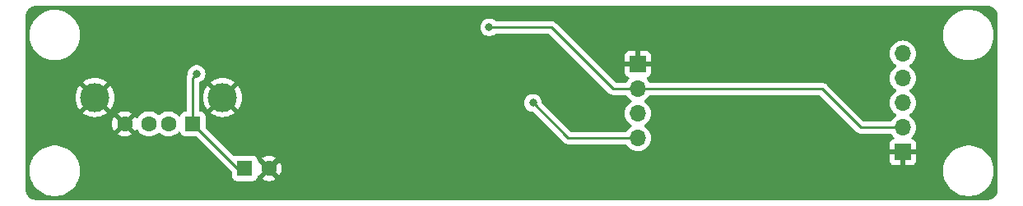
<source format=gbr>
%TF.GenerationSoftware,KiCad,Pcbnew,8.0.0*%
%TF.CreationDate,2024-02-26T11:34:36-08:00*%
%TF.ProjectId,gotek-breakout,676f7465-6b2d-4627-9265-616b6f75742e,rev?*%
%TF.SameCoordinates,Original*%
%TF.FileFunction,Copper,L1,Top*%
%TF.FilePolarity,Positive*%
%FSLAX46Y46*%
G04 Gerber Fmt 4.6, Leading zero omitted, Abs format (unit mm)*
G04 Created by KiCad (PCBNEW 8.0.0) date 2024-02-26 11:34:36*
%MOMM*%
%LPD*%
G01*
G04 APERTURE LIST*
%TA.AperFunction,ComponentPad*%
%ADD10R,1.600000X1.500000*%
%TD*%
%TA.AperFunction,ComponentPad*%
%ADD11C,1.600000*%
%TD*%
%TA.AperFunction,ComponentPad*%
%ADD12C,3.000000*%
%TD*%
%TA.AperFunction,ComponentPad*%
%ADD13R,1.700000X1.700000*%
%TD*%
%TA.AperFunction,ComponentPad*%
%ADD14O,1.700000X1.700000*%
%TD*%
%TA.AperFunction,ComponentPad*%
%ADD15R,1.600000X1.600000*%
%TD*%
%TA.AperFunction,ViaPad*%
%ADD16C,0.800000*%
%TD*%
%TA.AperFunction,Conductor*%
%ADD17C,0.250000*%
%TD*%
G04 APERTURE END LIST*
D10*
%TO.P,J2,1,VBUS*%
%TO.N,/+5V*%
X64200000Y-52160000D03*
D11*
%TO.P,J2,2,D-*%
%TO.N,/USB_D-*%
X61700000Y-52160000D03*
%TO.P,J2,3,D+*%
%TO.N,/USB_D+*%
X59700000Y-52160000D03*
%TO.P,J2,4,GND*%
%TO.N,/GND*%
X57200000Y-52160000D03*
D12*
%TO.P,J2,5,Shield*%
X67270000Y-49450000D03*
X54130000Y-49450000D03*
%TD*%
D13*
%TO.P,J4,1,Pin_1*%
%TO.N,/GND*%
X137250000Y-55075000D03*
D14*
%TO.P,J4,2,Pin_2*%
%TO.N,/+5V*%
X137250000Y-52535000D03*
%TO.P,J4,3,Pin_3*%
%TO.N,/ROT_SW*%
X137250000Y-49995000D03*
%TO.P,J4,4,Pin_4*%
%TO.N,/ROT_DT*%
X137250000Y-47455000D03*
%TO.P,J4,5,Pin_5*%
%TO.N,/ROT_CLK*%
X137250000Y-44915000D03*
%TD*%
D15*
%TO.P,C1,1*%
%TO.N,/+5V*%
X69544887Y-56750000D03*
D11*
%TO.P,C1,2*%
%TO.N,/GND*%
X72044887Y-56750000D03*
%TD*%
D13*
%TO.P,J3,1,Pin_1*%
%TO.N,/GND*%
X110000000Y-46000000D03*
D14*
%TO.P,J3,2,Pin_2*%
%TO.N,/+5V*%
X110000000Y-48540000D03*
%TO.P,J3,3,Pin_3*%
%TO.N,/OLED_SCK*%
X110000000Y-51080000D03*
%TO.P,J3,4,Pin_4*%
%TO.N,/OLED_SDA*%
X110000000Y-53620000D03*
%TD*%
D16*
%TO.N,/GND*%
X91600000Y-45300000D03*
%TO.N,/+5V*%
X94700000Y-42200000D03*
%TO.N,/OLED_SDA*%
X99200000Y-50000000D03*
%TO.N,/+5V*%
X64600000Y-47000000D03*
%TD*%
D17*
%TO.N,/+5V*%
X110000000Y-48540000D02*
X128940000Y-48540000D01*
X68790000Y-56750000D02*
X69544887Y-56750000D01*
X64200000Y-52160000D02*
X68790000Y-56750000D01*
X128940000Y-48540000D02*
X132935000Y-52535000D01*
X64200000Y-47400000D02*
X64200000Y-52160000D01*
X101100000Y-42200000D02*
X107440000Y-48540000D01*
X94700000Y-42200000D02*
X101100000Y-42200000D01*
X132935000Y-52535000D02*
X137250000Y-52535000D01*
X64600000Y-47000000D02*
X64200000Y-47400000D01*
X107440000Y-48540000D02*
X110000000Y-48540000D01*
%TO.N,/OLED_SDA*%
X99200000Y-50000000D02*
X102820000Y-53620000D01*
X102820000Y-53620000D02*
X110000000Y-53620000D01*
%TD*%
%TA.AperFunction,Conductor*%
%TO.N,/GND*%
G36*
X146001509Y-40000037D02*
G01*
X146007232Y-40000177D01*
X146087583Y-40002145D01*
X146108728Y-40004490D01*
X146279013Y-40038362D01*
X146302261Y-40045413D01*
X146461257Y-40111272D01*
X146482692Y-40122730D01*
X146625775Y-40218335D01*
X146644565Y-40233756D01*
X146766243Y-40355434D01*
X146781664Y-40374224D01*
X146877269Y-40517307D01*
X146888728Y-40538745D01*
X146954583Y-40697731D01*
X146961639Y-40720993D01*
X146995508Y-40891266D01*
X146997854Y-40912419D01*
X146999963Y-40998488D01*
X147000000Y-41001526D01*
X147000000Y-58998473D01*
X146999963Y-59001511D01*
X146997854Y-59087580D01*
X146995508Y-59108733D01*
X146961639Y-59279006D01*
X146954583Y-59302268D01*
X146888728Y-59461254D01*
X146877269Y-59482692D01*
X146781664Y-59625775D01*
X146766243Y-59644565D01*
X146644565Y-59766243D01*
X146625775Y-59781664D01*
X146482692Y-59877269D01*
X146461254Y-59888728D01*
X146302268Y-59954583D01*
X146279006Y-59961639D01*
X146108733Y-59995508D01*
X146087580Y-59997854D01*
X146004250Y-59999895D01*
X146001509Y-59999963D01*
X145998473Y-60000000D01*
X48001527Y-60000000D01*
X47998490Y-59999963D01*
X47912420Y-59997854D01*
X47891266Y-59995508D01*
X47720993Y-59961639D01*
X47697731Y-59954583D01*
X47538745Y-59888728D01*
X47517307Y-59877269D01*
X47374224Y-59781664D01*
X47355434Y-59766243D01*
X47233756Y-59644565D01*
X47218335Y-59625775D01*
X47122730Y-59482692D01*
X47111271Y-59461254D01*
X47045413Y-59302261D01*
X47038362Y-59279013D01*
X47004490Y-59108728D01*
X47002145Y-59087583D01*
X47000037Y-59001509D01*
X47000000Y-58998473D01*
X47000000Y-57146047D01*
X47399500Y-57146047D01*
X47432199Y-57436271D01*
X47432202Y-57436285D01*
X47497196Y-57721044D01*
X47497197Y-57721046D01*
X47593665Y-57996738D01*
X47720393Y-58259890D01*
X47720395Y-58259893D01*
X47875792Y-58507206D01*
X48057902Y-58735565D01*
X48264435Y-58942098D01*
X48492794Y-59124208D01*
X48740107Y-59279605D01*
X49003263Y-59406335D01*
X49278955Y-59502803D01*
X49563714Y-59567798D01*
X49563723Y-59567799D01*
X49563728Y-59567800D01*
X49757210Y-59589599D01*
X49853953Y-59600499D01*
X49853956Y-59600500D01*
X49853959Y-59600500D01*
X50146044Y-59600500D01*
X50146045Y-59600499D01*
X50294371Y-59583787D01*
X50436271Y-59567800D01*
X50436274Y-59567799D01*
X50436286Y-59567798D01*
X50721045Y-59502803D01*
X50996737Y-59406335D01*
X51259893Y-59279605D01*
X51507206Y-59124208D01*
X51735565Y-58942098D01*
X51942098Y-58735565D01*
X52124208Y-58507206D01*
X52279605Y-58259893D01*
X52406335Y-57996737D01*
X52502803Y-57721045D01*
X52567798Y-57436286D01*
X52600500Y-57146041D01*
X52600500Y-56853959D01*
X52582854Y-56697339D01*
X52567800Y-56563728D01*
X52567799Y-56563723D01*
X52567798Y-56563714D01*
X52502803Y-56278955D01*
X52406335Y-56003263D01*
X52279605Y-55740107D01*
X52124208Y-55492794D01*
X51942098Y-55264435D01*
X51735565Y-55057902D01*
X51507206Y-54875792D01*
X51259893Y-54720395D01*
X51259890Y-54720393D01*
X50996738Y-54593665D01*
X50721046Y-54497197D01*
X50721044Y-54497196D01*
X50501280Y-54447036D01*
X50436286Y-54432202D01*
X50436283Y-54432201D01*
X50436271Y-54432199D01*
X50146047Y-54399500D01*
X50146041Y-54399500D01*
X49853959Y-54399500D01*
X49853952Y-54399500D01*
X49563728Y-54432199D01*
X49563714Y-54432202D01*
X49278955Y-54497196D01*
X49278953Y-54497197D01*
X49003261Y-54593665D01*
X48740109Y-54720393D01*
X48492795Y-54875791D01*
X48264435Y-55057901D01*
X48057901Y-55264435D01*
X47875791Y-55492795D01*
X47720393Y-55740109D01*
X47593665Y-56003261D01*
X47497197Y-56278953D01*
X47497196Y-56278955D01*
X47432202Y-56563714D01*
X47432199Y-56563728D01*
X47399500Y-56853952D01*
X47399500Y-57146047D01*
X47000000Y-57146047D01*
X47000000Y-52160002D01*
X55895034Y-52160002D01*
X55914858Y-52386599D01*
X55914860Y-52386610D01*
X55973730Y-52606317D01*
X55973735Y-52606331D01*
X56069863Y-52812478D01*
X56120974Y-52885472D01*
X56737449Y-52268997D01*
X56757370Y-52343343D01*
X56819905Y-52451657D01*
X56908343Y-52540095D01*
X57016657Y-52602630D01*
X57091002Y-52622550D01*
X56474526Y-53239025D01*
X56547513Y-53290132D01*
X56547521Y-53290136D01*
X56753668Y-53386264D01*
X56753682Y-53386269D01*
X56973389Y-53445139D01*
X56973400Y-53445141D01*
X57199998Y-53464966D01*
X57200002Y-53464966D01*
X57426599Y-53445141D01*
X57426610Y-53445139D01*
X57646317Y-53386269D01*
X57646331Y-53386264D01*
X57852478Y-53290136D01*
X57925471Y-53239024D01*
X57308997Y-52622550D01*
X57383343Y-52602630D01*
X57491657Y-52540095D01*
X57580095Y-52451657D01*
X57642630Y-52343343D01*
X57662550Y-52268997D01*
X58279024Y-52885471D01*
X58330134Y-52812481D01*
X58337340Y-52797028D01*
X58383511Y-52744587D01*
X58450704Y-52725433D01*
X58517585Y-52745646D01*
X58562105Y-52797022D01*
X58569430Y-52812730D01*
X58569432Y-52812734D01*
X58699954Y-52999141D01*
X58860858Y-53160045D01*
X58861508Y-53160500D01*
X59047266Y-53290568D01*
X59253504Y-53386739D01*
X59473308Y-53445635D01*
X59635230Y-53459801D01*
X59699998Y-53465468D01*
X59700000Y-53465468D01*
X59700002Y-53465468D01*
X59756673Y-53460509D01*
X59926692Y-53445635D01*
X60146496Y-53386739D01*
X60352734Y-53290568D01*
X60539139Y-53160047D01*
X60612320Y-53086865D01*
X60673641Y-53053382D01*
X60743333Y-53058366D01*
X60787679Y-53086865D01*
X60837275Y-53136461D01*
X60860862Y-53160048D01*
X60861508Y-53160500D01*
X61047266Y-53290568D01*
X61253504Y-53386739D01*
X61473308Y-53445635D01*
X61635230Y-53459801D01*
X61699998Y-53465468D01*
X61700000Y-53465468D01*
X61700002Y-53465468D01*
X61756673Y-53460509D01*
X61926692Y-53445635D01*
X62146496Y-53386739D01*
X62352734Y-53290568D01*
X62539139Y-53160047D01*
X62700047Y-52999139D01*
X62700055Y-52999127D01*
X62701010Y-52997990D01*
X62701569Y-52997617D01*
X62703876Y-52995311D01*
X62704339Y-52995774D01*
X62759173Y-52959277D01*
X62829034Y-52958154D01*
X62888411Y-52994979D01*
X62912197Y-53034344D01*
X62956202Y-53152328D01*
X62956206Y-53152335D01*
X63042452Y-53267544D01*
X63042455Y-53267547D01*
X63157664Y-53353793D01*
X63157671Y-53353797D01*
X63292517Y-53404091D01*
X63292516Y-53404091D01*
X63299444Y-53404835D01*
X63352127Y-53410500D01*
X64514547Y-53410499D01*
X64581586Y-53430184D01*
X64602228Y-53446818D01*
X68208068Y-57052658D01*
X68241553Y-57113981D01*
X68244387Y-57140339D01*
X68244387Y-57597870D01*
X68244388Y-57597876D01*
X68250795Y-57657483D01*
X68301089Y-57792328D01*
X68301093Y-57792335D01*
X68387339Y-57907544D01*
X68387342Y-57907547D01*
X68502551Y-57993793D01*
X68502558Y-57993797D01*
X68637404Y-58044091D01*
X68637403Y-58044091D01*
X68644331Y-58044835D01*
X68697014Y-58050500D01*
X70392759Y-58050499D01*
X70452370Y-58044091D01*
X70587218Y-57993796D01*
X70702433Y-57907546D01*
X70788683Y-57792331D01*
X70838978Y-57657483D01*
X70845387Y-57597873D01*
X70845386Y-57597845D01*
X70845565Y-57594547D01*
X70847070Y-57594627D01*
X70864999Y-57533326D01*
X70917755Y-57487514D01*
X70961352Y-57479981D01*
X71644887Y-56796446D01*
X71644887Y-56802661D01*
X71672146Y-56904394D01*
X71724807Y-56995606D01*
X71799281Y-57070080D01*
X71890493Y-57122741D01*
X71992226Y-57150000D01*
X71998440Y-57150000D01*
X71319413Y-57829025D01*
X71392400Y-57880132D01*
X71392408Y-57880136D01*
X71598555Y-57976264D01*
X71598569Y-57976269D01*
X71818276Y-58035139D01*
X71818287Y-58035141D01*
X72044885Y-58054966D01*
X72044889Y-58054966D01*
X72271486Y-58035141D01*
X72271497Y-58035139D01*
X72491204Y-57976269D01*
X72491218Y-57976264D01*
X72697365Y-57880136D01*
X72770358Y-57829024D01*
X72091334Y-57150000D01*
X72097548Y-57150000D01*
X72199281Y-57122741D01*
X72290493Y-57070080D01*
X72364967Y-56995606D01*
X72417628Y-56904394D01*
X72444887Y-56802661D01*
X72444887Y-56796447D01*
X73123911Y-57475471D01*
X73175023Y-57402478D01*
X73271151Y-57196331D01*
X73271156Y-57196317D01*
X73284626Y-57146047D01*
X141399500Y-57146047D01*
X141432199Y-57436271D01*
X141432202Y-57436285D01*
X141497196Y-57721044D01*
X141497197Y-57721046D01*
X141593665Y-57996738D01*
X141720393Y-58259890D01*
X141720395Y-58259893D01*
X141875792Y-58507206D01*
X142057902Y-58735565D01*
X142264435Y-58942098D01*
X142492794Y-59124208D01*
X142740107Y-59279605D01*
X143003263Y-59406335D01*
X143278955Y-59502803D01*
X143563714Y-59567798D01*
X143563723Y-59567799D01*
X143563728Y-59567800D01*
X143757210Y-59589599D01*
X143853953Y-59600499D01*
X143853956Y-59600500D01*
X143853959Y-59600500D01*
X144146044Y-59600500D01*
X144146045Y-59600499D01*
X144294371Y-59583787D01*
X144436271Y-59567800D01*
X144436274Y-59567799D01*
X144436286Y-59567798D01*
X144721045Y-59502803D01*
X144996737Y-59406335D01*
X145259893Y-59279605D01*
X145507206Y-59124208D01*
X145735565Y-58942098D01*
X145942098Y-58735565D01*
X146124208Y-58507206D01*
X146279605Y-58259893D01*
X146406335Y-57996737D01*
X146502803Y-57721045D01*
X146567798Y-57436286D01*
X146600500Y-57146041D01*
X146600500Y-56853959D01*
X146582854Y-56697339D01*
X146567800Y-56563728D01*
X146567799Y-56563723D01*
X146567798Y-56563714D01*
X146502803Y-56278955D01*
X146406335Y-56003263D01*
X146279605Y-55740107D01*
X146124208Y-55492794D01*
X145942098Y-55264435D01*
X145735565Y-55057902D01*
X145507206Y-54875792D01*
X145259893Y-54720395D01*
X145259890Y-54720393D01*
X144996738Y-54593665D01*
X144721046Y-54497197D01*
X144721044Y-54497196D01*
X144501280Y-54447036D01*
X144436286Y-54432202D01*
X144436283Y-54432201D01*
X144436271Y-54432199D01*
X144146047Y-54399500D01*
X144146041Y-54399500D01*
X143853959Y-54399500D01*
X143853952Y-54399500D01*
X143563728Y-54432199D01*
X143563714Y-54432202D01*
X143278955Y-54497196D01*
X143278953Y-54497197D01*
X143003261Y-54593665D01*
X142740109Y-54720393D01*
X142492795Y-54875791D01*
X142264435Y-55057901D01*
X142057901Y-55264435D01*
X141875791Y-55492795D01*
X141720393Y-55740109D01*
X141593665Y-56003261D01*
X141497197Y-56278953D01*
X141497196Y-56278955D01*
X141432202Y-56563714D01*
X141432199Y-56563728D01*
X141399500Y-56853952D01*
X141399500Y-57146047D01*
X73284626Y-57146047D01*
X73330026Y-56976610D01*
X73330028Y-56976599D01*
X73349853Y-56750002D01*
X73349853Y-56749997D01*
X73330028Y-56523400D01*
X73330026Y-56523389D01*
X73271156Y-56303682D01*
X73271151Y-56303668D01*
X73175023Y-56097521D01*
X73175019Y-56097513D01*
X73123912Y-56024526D01*
X72444887Y-56703551D01*
X72444887Y-56697339D01*
X72417628Y-56595606D01*
X72364967Y-56504394D01*
X72290493Y-56429920D01*
X72199281Y-56377259D01*
X72097548Y-56350000D01*
X72091335Y-56350000D01*
X72770359Y-55670974D01*
X72697365Y-55619863D01*
X72491218Y-55523735D01*
X72491204Y-55523730D01*
X72271497Y-55464860D01*
X72271486Y-55464858D01*
X72044889Y-55445034D01*
X72044885Y-55445034D01*
X71818287Y-55464858D01*
X71818276Y-55464860D01*
X71598569Y-55523730D01*
X71598560Y-55523734D01*
X71392403Y-55619866D01*
X71392399Y-55619868D01*
X71319413Y-55670973D01*
X71319413Y-55670974D01*
X71998440Y-56350000D01*
X71992226Y-56350000D01*
X71890493Y-56377259D01*
X71799281Y-56429920D01*
X71724807Y-56504394D01*
X71672146Y-56595606D01*
X71644887Y-56697339D01*
X71644887Y-56703552D01*
X70960686Y-56019351D01*
X70911692Y-56009505D01*
X70861509Y-55960889D01*
X70846868Y-55905366D01*
X70845787Y-55905423D01*
X70845741Y-55905429D01*
X70845740Y-55905426D01*
X70845563Y-55905436D01*
X70845386Y-55902141D01*
X70845386Y-55902128D01*
X70838978Y-55842517D01*
X70800782Y-55740109D01*
X70788684Y-55707671D01*
X70788680Y-55707664D01*
X70702434Y-55592455D01*
X70702431Y-55592452D01*
X70587222Y-55506206D01*
X70587215Y-55506202D01*
X70452369Y-55455908D01*
X70452370Y-55455908D01*
X70392770Y-55449501D01*
X70392768Y-55449500D01*
X70392760Y-55449500D01*
X70392751Y-55449500D01*
X68697016Y-55449500D01*
X68697010Y-55449501D01*
X68637403Y-55455908D01*
X68524953Y-55497850D01*
X68455261Y-55502834D01*
X68393939Y-55469349D01*
X65536818Y-52612228D01*
X65503333Y-52550905D01*
X65500499Y-52524547D01*
X65500499Y-51362129D01*
X65500498Y-51362123D01*
X65499179Y-51349855D01*
X65494091Y-51302517D01*
X65487802Y-51285656D01*
X65443797Y-51167671D01*
X65443793Y-51167664D01*
X65357547Y-51052455D01*
X65357544Y-51052452D01*
X65242335Y-50966206D01*
X65242328Y-50966202D01*
X65107482Y-50915908D01*
X65107483Y-50915908D01*
X65047883Y-50909501D01*
X65047881Y-50909500D01*
X65047873Y-50909500D01*
X65047865Y-50909500D01*
X64949500Y-50909500D01*
X64882461Y-50889815D01*
X64836706Y-50837011D01*
X64825500Y-50785500D01*
X64825500Y-49450001D01*
X65264891Y-49450001D01*
X65285300Y-49735362D01*
X65346109Y-50014895D01*
X65446091Y-50282958D01*
X65583191Y-50534038D01*
X65583196Y-50534046D01*
X65689882Y-50676561D01*
X65689883Y-50676562D01*
X66297912Y-50068532D01*
X66392829Y-50199175D01*
X66520825Y-50327171D01*
X66651465Y-50422086D01*
X66043436Y-51030115D01*
X66185960Y-51136807D01*
X66185961Y-51136808D01*
X66437042Y-51273908D01*
X66437041Y-51273908D01*
X66705104Y-51373890D01*
X66984637Y-51434699D01*
X67269999Y-51455109D01*
X67270001Y-51455109D01*
X67555362Y-51434699D01*
X67834895Y-51373890D01*
X68102958Y-51273908D01*
X68354047Y-51136803D01*
X68496561Y-51030116D01*
X68496562Y-51030115D01*
X67888534Y-50422086D01*
X68019175Y-50327171D01*
X68147171Y-50199175D01*
X68242086Y-50068533D01*
X68850115Y-50676562D01*
X68850116Y-50676561D01*
X68956803Y-50534047D01*
X69093908Y-50282958D01*
X69193890Y-50014895D01*
X69254699Y-49735362D01*
X69275109Y-49450001D01*
X69275109Y-49449998D01*
X69254699Y-49164637D01*
X69193890Y-48885104D01*
X69093908Y-48617041D01*
X68956808Y-48365961D01*
X68956807Y-48365960D01*
X68850115Y-48223436D01*
X68242086Y-48831465D01*
X68147171Y-48700825D01*
X68019175Y-48572829D01*
X67888533Y-48477912D01*
X68496562Y-47869883D01*
X68496561Y-47869882D01*
X68354046Y-47763196D01*
X68354038Y-47763191D01*
X68102957Y-47626091D01*
X68102958Y-47626091D01*
X67834895Y-47526109D01*
X67555362Y-47465300D01*
X67270001Y-47444891D01*
X67269999Y-47444891D01*
X66984637Y-47465300D01*
X66705104Y-47526109D01*
X66437041Y-47626091D01*
X66185961Y-47763191D01*
X66185953Y-47763196D01*
X66043437Y-47869882D01*
X66043436Y-47869883D01*
X66651466Y-48477913D01*
X66520825Y-48572829D01*
X66392829Y-48700825D01*
X66297913Y-48831466D01*
X65689883Y-48223436D01*
X65689882Y-48223437D01*
X65583196Y-48365953D01*
X65583191Y-48365961D01*
X65446091Y-48617041D01*
X65346109Y-48885104D01*
X65285300Y-49164637D01*
X65264891Y-49449998D01*
X65264891Y-49450001D01*
X64825500Y-49450001D01*
X64825500Y-47965847D01*
X64845185Y-47898808D01*
X64897989Y-47853053D01*
X64899005Y-47852594D01*
X65052730Y-47784151D01*
X65205871Y-47672888D01*
X65332533Y-47532216D01*
X65427179Y-47368284D01*
X65485674Y-47188256D01*
X65505460Y-47000000D01*
X65485674Y-46811744D01*
X65427179Y-46631716D01*
X65332533Y-46467784D01*
X65205871Y-46327112D01*
X65178199Y-46307007D01*
X65052734Y-46215851D01*
X65052729Y-46215848D01*
X64879807Y-46138857D01*
X64879802Y-46138855D01*
X64734001Y-46107865D01*
X64694646Y-46099500D01*
X64505354Y-46099500D01*
X64472897Y-46106398D01*
X64320197Y-46138855D01*
X64320192Y-46138857D01*
X64147270Y-46215848D01*
X64147265Y-46215851D01*
X63994129Y-46327111D01*
X63867466Y-46467785D01*
X63772821Y-46631715D01*
X63772818Y-46631722D01*
X63714327Y-46811740D01*
X63714326Y-46811744D01*
X63695450Y-46991344D01*
X63693925Y-47005853D01*
X63673706Y-47061783D01*
X63645687Y-47103714D01*
X63621063Y-47163165D01*
X63598537Y-47217546D01*
X63598534Y-47217555D01*
X63588879Y-47266093D01*
X63588880Y-47266094D01*
X63582877Y-47296280D01*
X63582876Y-47296287D01*
X63574500Y-47338392D01*
X63574500Y-50785500D01*
X63554815Y-50852539D01*
X63502011Y-50898294D01*
X63450501Y-50909500D01*
X63352130Y-50909500D01*
X63352123Y-50909501D01*
X63292516Y-50915908D01*
X63157671Y-50966202D01*
X63157664Y-50966206D01*
X63042455Y-51052452D01*
X63042452Y-51052455D01*
X62956206Y-51167664D01*
X62956203Y-51167669D01*
X62912197Y-51285656D01*
X62870325Y-51341589D01*
X62804861Y-51366006D01*
X62736588Y-51351154D01*
X62704057Y-51324507D01*
X62703876Y-51324689D01*
X62702050Y-51322863D01*
X62701017Y-51322017D01*
X62700043Y-51320856D01*
X62539141Y-51159954D01*
X62352734Y-51029432D01*
X62352732Y-51029431D01*
X62146497Y-50933261D01*
X62146488Y-50933258D01*
X61926697Y-50874366D01*
X61926693Y-50874365D01*
X61926692Y-50874365D01*
X61926691Y-50874364D01*
X61926686Y-50874364D01*
X61700002Y-50854532D01*
X61699998Y-50854532D01*
X61473313Y-50874364D01*
X61473302Y-50874366D01*
X61253511Y-50933258D01*
X61253502Y-50933261D01*
X61047267Y-51029431D01*
X61047265Y-51029432D01*
X60860858Y-51159954D01*
X60787681Y-51233132D01*
X60726358Y-51266617D01*
X60656666Y-51261633D01*
X60612319Y-51233132D01*
X60539141Y-51159954D01*
X60352734Y-51029432D01*
X60352732Y-51029431D01*
X60146497Y-50933261D01*
X60146488Y-50933258D01*
X59926697Y-50874366D01*
X59926693Y-50874365D01*
X59926692Y-50874365D01*
X59926691Y-50874364D01*
X59926686Y-50874364D01*
X59700002Y-50854532D01*
X59699998Y-50854532D01*
X59473313Y-50874364D01*
X59473302Y-50874366D01*
X59253511Y-50933258D01*
X59253502Y-50933261D01*
X59047267Y-51029431D01*
X59047265Y-51029432D01*
X58860858Y-51159954D01*
X58699954Y-51320858D01*
X58569432Y-51507265D01*
X58569429Y-51507270D01*
X58562104Y-51522979D01*
X58515929Y-51575417D01*
X58448735Y-51594566D01*
X58381855Y-51574347D01*
X58337341Y-51522973D01*
X58330133Y-51507515D01*
X58330132Y-51507513D01*
X58279025Y-51434526D01*
X57662550Y-52051001D01*
X57642630Y-51976657D01*
X57580095Y-51868343D01*
X57491657Y-51779905D01*
X57383343Y-51717370D01*
X57308998Y-51697449D01*
X57925472Y-51080974D01*
X57852478Y-51029863D01*
X57646331Y-50933735D01*
X57646317Y-50933730D01*
X57426610Y-50874860D01*
X57426599Y-50874858D01*
X57200002Y-50855034D01*
X57199998Y-50855034D01*
X56973400Y-50874858D01*
X56973389Y-50874860D01*
X56753682Y-50933730D01*
X56753673Y-50933734D01*
X56547516Y-51029866D01*
X56547512Y-51029868D01*
X56474526Y-51080973D01*
X56474526Y-51080974D01*
X57091002Y-51697449D01*
X57016657Y-51717370D01*
X56908343Y-51779905D01*
X56819905Y-51868343D01*
X56757370Y-51976657D01*
X56737449Y-52051001D01*
X56120974Y-51434526D01*
X56120973Y-51434526D01*
X56069868Y-51507512D01*
X56069866Y-51507516D01*
X55973734Y-51713673D01*
X55973730Y-51713682D01*
X55914860Y-51933389D01*
X55914858Y-51933400D01*
X55895034Y-52159997D01*
X55895034Y-52160002D01*
X47000000Y-52160002D01*
X47000000Y-49450001D01*
X52124891Y-49450001D01*
X52145300Y-49735362D01*
X52206109Y-50014895D01*
X52306091Y-50282958D01*
X52443191Y-50534038D01*
X52443196Y-50534046D01*
X52549882Y-50676561D01*
X52549883Y-50676562D01*
X53157912Y-50068532D01*
X53252829Y-50199175D01*
X53380825Y-50327171D01*
X53511465Y-50422086D01*
X52903436Y-51030115D01*
X53045960Y-51136807D01*
X53045961Y-51136808D01*
X53297042Y-51273908D01*
X53297041Y-51273908D01*
X53565104Y-51373890D01*
X53844637Y-51434699D01*
X54129999Y-51455109D01*
X54130001Y-51455109D01*
X54415362Y-51434699D01*
X54694895Y-51373890D01*
X54962958Y-51273908D01*
X55214047Y-51136803D01*
X55356561Y-51030116D01*
X55356562Y-51030115D01*
X54748534Y-50422086D01*
X54879175Y-50327171D01*
X55007171Y-50199175D01*
X55102086Y-50068533D01*
X55710115Y-50676562D01*
X55710116Y-50676561D01*
X55816803Y-50534047D01*
X55953908Y-50282958D01*
X56053890Y-50014895D01*
X56114699Y-49735362D01*
X56135109Y-49450001D01*
X56135109Y-49449998D01*
X56114699Y-49164637D01*
X56053890Y-48885104D01*
X55953908Y-48617041D01*
X55816808Y-48365961D01*
X55816807Y-48365960D01*
X55710115Y-48223436D01*
X55102086Y-48831465D01*
X55007171Y-48700825D01*
X54879175Y-48572829D01*
X54748533Y-48477912D01*
X55356562Y-47869883D01*
X55356561Y-47869882D01*
X55214046Y-47763196D01*
X55214038Y-47763191D01*
X54962957Y-47626091D01*
X54962958Y-47626091D01*
X54694895Y-47526109D01*
X54415362Y-47465300D01*
X54130001Y-47444891D01*
X54129999Y-47444891D01*
X53844637Y-47465300D01*
X53565104Y-47526109D01*
X53297041Y-47626091D01*
X53045961Y-47763191D01*
X53045953Y-47763196D01*
X52903437Y-47869882D01*
X52903436Y-47869883D01*
X53511466Y-48477913D01*
X53380825Y-48572829D01*
X53252829Y-48700825D01*
X53157913Y-48831466D01*
X52549883Y-48223436D01*
X52549882Y-48223437D01*
X52443196Y-48365953D01*
X52443191Y-48365961D01*
X52306091Y-48617041D01*
X52206109Y-48885104D01*
X52145300Y-49164637D01*
X52124891Y-49449998D01*
X52124891Y-49450001D01*
X47000000Y-49450001D01*
X47000000Y-43146047D01*
X47399500Y-43146047D01*
X47432199Y-43436271D01*
X47432202Y-43436285D01*
X47497196Y-43721044D01*
X47497197Y-43721046D01*
X47593665Y-43996738D01*
X47720393Y-44259890D01*
X47720395Y-44259893D01*
X47875792Y-44507206D01*
X48057902Y-44735565D01*
X48264435Y-44942098D01*
X48492794Y-45124208D01*
X48740107Y-45279605D01*
X49003263Y-45406335D01*
X49278955Y-45502803D01*
X49563714Y-45567798D01*
X49563723Y-45567799D01*
X49563728Y-45567800D01*
X49757210Y-45589599D01*
X49853953Y-45600499D01*
X49853956Y-45600500D01*
X49853959Y-45600500D01*
X50146044Y-45600500D01*
X50146045Y-45600499D01*
X50294371Y-45583787D01*
X50436271Y-45567800D01*
X50436274Y-45567799D01*
X50436286Y-45567798D01*
X50721045Y-45502803D01*
X50996737Y-45406335D01*
X51259893Y-45279605D01*
X51507206Y-45124208D01*
X51735565Y-44942098D01*
X51942098Y-44735565D01*
X52124208Y-44507206D01*
X52279605Y-44259893D01*
X52406335Y-43996737D01*
X52502803Y-43721045D01*
X52567798Y-43436286D01*
X52600500Y-43146041D01*
X52600500Y-42853959D01*
X52568313Y-42568284D01*
X52567800Y-42563728D01*
X52567799Y-42563723D01*
X52567798Y-42563714D01*
X52502803Y-42278955D01*
X52475176Y-42200000D01*
X93794540Y-42200000D01*
X93814326Y-42388256D01*
X93814327Y-42388259D01*
X93872818Y-42568277D01*
X93872821Y-42568284D01*
X93967467Y-42732216D01*
X94069185Y-42845185D01*
X94094129Y-42872888D01*
X94247265Y-42984148D01*
X94247270Y-42984151D01*
X94420192Y-43061142D01*
X94420197Y-43061144D01*
X94605354Y-43100500D01*
X94605355Y-43100500D01*
X94794644Y-43100500D01*
X94794646Y-43100500D01*
X94979803Y-43061144D01*
X95152730Y-42984151D01*
X95305871Y-42872888D01*
X95308788Y-42869647D01*
X95311600Y-42866526D01*
X95371087Y-42829879D01*
X95403748Y-42825500D01*
X100789548Y-42825500D01*
X100856587Y-42845185D01*
X100877229Y-42861819D01*
X106951016Y-48935606D01*
X106951045Y-48935637D01*
X107041264Y-49025856D01*
X107041267Y-49025858D01*
X107092490Y-49060084D01*
X107143714Y-49094312D01*
X107175240Y-49107370D01*
X107214412Y-49123596D01*
X107214417Y-49123597D01*
X107214421Y-49123599D01*
X107257548Y-49141463D01*
X107317971Y-49153481D01*
X107378393Y-49165500D01*
X107378394Y-49165500D01*
X108724773Y-49165500D01*
X108791812Y-49185185D01*
X108826348Y-49218377D01*
X108961501Y-49411396D01*
X108961506Y-49411402D01*
X109128597Y-49578493D01*
X109128603Y-49578498D01*
X109314158Y-49708425D01*
X109357783Y-49763002D01*
X109364977Y-49832500D01*
X109333454Y-49894855D01*
X109314158Y-49911575D01*
X109128597Y-50041505D01*
X108961505Y-50208597D01*
X108825965Y-50402169D01*
X108825964Y-50402171D01*
X108726098Y-50616335D01*
X108726094Y-50616344D01*
X108664938Y-50844586D01*
X108664936Y-50844596D01*
X108644341Y-51079999D01*
X108644341Y-51080000D01*
X108664936Y-51315403D01*
X108664938Y-51315413D01*
X108726094Y-51543655D01*
X108726096Y-51543659D01*
X108726097Y-51543663D01*
X108807098Y-51717370D01*
X108825965Y-51757830D01*
X108825967Y-51757834D01*
X108961501Y-51951395D01*
X108961506Y-51951402D01*
X109128597Y-52118493D01*
X109128603Y-52118498D01*
X109314158Y-52248425D01*
X109357783Y-52303002D01*
X109364977Y-52372500D01*
X109333454Y-52434855D01*
X109314158Y-52451575D01*
X109128597Y-52581505D01*
X108961505Y-52748597D01*
X108826348Y-52941623D01*
X108771771Y-52985248D01*
X108724773Y-52994500D01*
X103130452Y-52994500D01*
X103063413Y-52974815D01*
X103042771Y-52958181D01*
X100138960Y-50054370D01*
X100105475Y-49993047D01*
X100103323Y-49979671D01*
X100085674Y-49811744D01*
X100027179Y-49631716D01*
X99932533Y-49467784D01*
X99805871Y-49327112D01*
X99805870Y-49327111D01*
X99652734Y-49215851D01*
X99652729Y-49215848D01*
X99479807Y-49138857D01*
X99479802Y-49138855D01*
X99334001Y-49107865D01*
X99294646Y-49099500D01*
X99105354Y-49099500D01*
X99072897Y-49106398D01*
X98920197Y-49138855D01*
X98920192Y-49138857D01*
X98747270Y-49215848D01*
X98747265Y-49215851D01*
X98594129Y-49327111D01*
X98467466Y-49467785D01*
X98372821Y-49631715D01*
X98372818Y-49631722D01*
X98314327Y-49811740D01*
X98314326Y-49811744D01*
X98294540Y-50000000D01*
X98314326Y-50188256D01*
X98314327Y-50188259D01*
X98372818Y-50368277D01*
X98372821Y-50368284D01*
X98467467Y-50532216D01*
X98594077Y-50672830D01*
X98594129Y-50672888D01*
X98747265Y-50784148D01*
X98747270Y-50784151D01*
X98920192Y-50861142D01*
X98920197Y-50861144D01*
X99105354Y-50900500D01*
X99164548Y-50900500D01*
X99231587Y-50920185D01*
X99252229Y-50936819D01*
X102331016Y-54015606D01*
X102331045Y-54015637D01*
X102421264Y-54105856D01*
X102421267Y-54105858D01*
X102472490Y-54140084D01*
X102523714Y-54174312D01*
X102604207Y-54207652D01*
X102637548Y-54221463D01*
X102697971Y-54233481D01*
X102758393Y-54245500D01*
X102758394Y-54245500D01*
X108724773Y-54245500D01*
X108791812Y-54265185D01*
X108826348Y-54298377D01*
X108961500Y-54491395D01*
X108961505Y-54491401D01*
X109128599Y-54658495D01*
X109216998Y-54720393D01*
X109322165Y-54794032D01*
X109322167Y-54794033D01*
X109322170Y-54794035D01*
X109536337Y-54893903D01*
X109764592Y-54955063D01*
X109952918Y-54971539D01*
X109999999Y-54975659D01*
X110000000Y-54975659D01*
X110000001Y-54975659D01*
X110039234Y-54972226D01*
X110235408Y-54955063D01*
X110463663Y-54893903D01*
X110677830Y-54794035D01*
X110871401Y-54658495D01*
X111038495Y-54491401D01*
X111174035Y-54297830D01*
X111273903Y-54083663D01*
X111335063Y-53855408D01*
X111355659Y-53620000D01*
X111335063Y-53384592D01*
X111280293Y-53180185D01*
X111273905Y-53156344D01*
X111273904Y-53156343D01*
X111273903Y-53156337D01*
X111174035Y-52942171D01*
X111173652Y-52941623D01*
X111038494Y-52748597D01*
X110871402Y-52581506D01*
X110871396Y-52581501D01*
X110685842Y-52451575D01*
X110642217Y-52396998D01*
X110635023Y-52327500D01*
X110666546Y-52265145D01*
X110685842Y-52248425D01*
X110722817Y-52222535D01*
X110871401Y-52118495D01*
X111038495Y-51951401D01*
X111174035Y-51757830D01*
X111273903Y-51543663D01*
X111335063Y-51315408D01*
X111355659Y-51080000D01*
X111335063Y-50844592D01*
X111273903Y-50616337D01*
X111174035Y-50402171D01*
X111150308Y-50368284D01*
X111038494Y-50208597D01*
X110871402Y-50041506D01*
X110871396Y-50041501D01*
X110685842Y-49911575D01*
X110642217Y-49856998D01*
X110635023Y-49787500D01*
X110666546Y-49725145D01*
X110685842Y-49708425D01*
X110795385Y-49631722D01*
X110871401Y-49578495D01*
X111038495Y-49411401D01*
X111173652Y-49218377D01*
X111228229Y-49174752D01*
X111275227Y-49165500D01*
X128629548Y-49165500D01*
X128696587Y-49185185D01*
X128717229Y-49201819D01*
X132446016Y-52930606D01*
X132446045Y-52930637D01*
X132536263Y-53020855D01*
X132536267Y-53020858D01*
X132638707Y-53089307D01*
X132638713Y-53089310D01*
X132638714Y-53089311D01*
X132752548Y-53136463D01*
X132777962Y-53141517D01*
X132800886Y-53146078D01*
X132800906Y-53146081D01*
X132800928Y-53146086D01*
X132873391Y-53160499D01*
X132873392Y-53160500D01*
X132873393Y-53160500D01*
X132873394Y-53160500D01*
X135974773Y-53160500D01*
X136041812Y-53180185D01*
X136076348Y-53213377D01*
X136211501Y-53406396D01*
X136211506Y-53406402D01*
X136333818Y-53528714D01*
X136367303Y-53590037D01*
X136362319Y-53659729D01*
X136320447Y-53715662D01*
X136289471Y-53732577D01*
X136157912Y-53781646D01*
X136157906Y-53781649D01*
X136042812Y-53867809D01*
X136042809Y-53867812D01*
X135956649Y-53982906D01*
X135956645Y-53982913D01*
X135906403Y-54117620D01*
X135906401Y-54117627D01*
X135900000Y-54177155D01*
X135900000Y-54825000D01*
X136816988Y-54825000D01*
X136784075Y-54882007D01*
X136750000Y-55009174D01*
X136750000Y-55140826D01*
X136784075Y-55267993D01*
X136816988Y-55325000D01*
X135900000Y-55325000D01*
X135900000Y-55972844D01*
X135906401Y-56032372D01*
X135906403Y-56032379D01*
X135956645Y-56167086D01*
X135956649Y-56167093D01*
X136042809Y-56282187D01*
X136042812Y-56282190D01*
X136157906Y-56368350D01*
X136157913Y-56368354D01*
X136292620Y-56418596D01*
X136292627Y-56418598D01*
X136352155Y-56424999D01*
X136352172Y-56425000D01*
X137000000Y-56425000D01*
X137000000Y-55508012D01*
X137057007Y-55540925D01*
X137184174Y-55575000D01*
X137315826Y-55575000D01*
X137442993Y-55540925D01*
X137500000Y-55508012D01*
X137500000Y-56425000D01*
X138147828Y-56425000D01*
X138147844Y-56424999D01*
X138207372Y-56418598D01*
X138207379Y-56418596D01*
X138342086Y-56368354D01*
X138342093Y-56368350D01*
X138457187Y-56282190D01*
X138457190Y-56282187D01*
X138543350Y-56167093D01*
X138543354Y-56167086D01*
X138593596Y-56032379D01*
X138593598Y-56032372D01*
X138599999Y-55972844D01*
X138600000Y-55972827D01*
X138600000Y-55325000D01*
X137683012Y-55325000D01*
X137715925Y-55267993D01*
X137750000Y-55140826D01*
X137750000Y-55009174D01*
X137715925Y-54882007D01*
X137683012Y-54825000D01*
X138600000Y-54825000D01*
X138600000Y-54177172D01*
X138599999Y-54177155D01*
X138593598Y-54117627D01*
X138593596Y-54117620D01*
X138543354Y-53982913D01*
X138543350Y-53982906D01*
X138457190Y-53867812D01*
X138457187Y-53867809D01*
X138342093Y-53781649D01*
X138342088Y-53781646D01*
X138210528Y-53732577D01*
X138154595Y-53690705D01*
X138130178Y-53625241D01*
X138145030Y-53556968D01*
X138166175Y-53528720D01*
X138288495Y-53406401D01*
X138424035Y-53212830D01*
X138523903Y-52998663D01*
X138585063Y-52770408D01*
X138605659Y-52535000D01*
X138604744Y-52524547D01*
X138588891Y-52343343D01*
X138585063Y-52299592D01*
X138523903Y-52071337D01*
X138424035Y-51857171D01*
X138423652Y-51856623D01*
X138288494Y-51663597D01*
X138121402Y-51496506D01*
X138121396Y-51496501D01*
X137935842Y-51366575D01*
X137892217Y-51311998D01*
X137885023Y-51242500D01*
X137916546Y-51180145D01*
X137935842Y-51163425D01*
X138094323Y-51052455D01*
X138121401Y-51033495D01*
X138288495Y-50866401D01*
X138424035Y-50672830D01*
X138523903Y-50458663D01*
X138585063Y-50230408D01*
X138605659Y-49995000D01*
X138585063Y-49759592D01*
X138523903Y-49531337D01*
X138424035Y-49317171D01*
X138353091Y-49215851D01*
X138288494Y-49123597D01*
X138121402Y-48956506D01*
X138121396Y-48956501D01*
X137935842Y-48826575D01*
X137892217Y-48771998D01*
X137885023Y-48702500D01*
X137916546Y-48640145D01*
X137935842Y-48623425D01*
X138008100Y-48572829D01*
X138121401Y-48493495D01*
X138288495Y-48326401D01*
X138424035Y-48132830D01*
X138523903Y-47918663D01*
X138585063Y-47690408D01*
X138605659Y-47455000D01*
X138585063Y-47219592D01*
X138523903Y-46991337D01*
X138424035Y-46777171D01*
X138288495Y-46583599D01*
X138288494Y-46583597D01*
X138121402Y-46416506D01*
X138121396Y-46416501D01*
X137935842Y-46286575D01*
X137892217Y-46231998D01*
X137885023Y-46162500D01*
X137916546Y-46100145D01*
X137935842Y-46083425D01*
X137960976Y-46065826D01*
X138121401Y-45953495D01*
X138288495Y-45786401D01*
X138424035Y-45592830D01*
X138523903Y-45378663D01*
X138585063Y-45150408D01*
X138605659Y-44915000D01*
X138585063Y-44679592D01*
X138523903Y-44451337D01*
X138424035Y-44237171D01*
X138288495Y-44043599D01*
X138288494Y-44043597D01*
X138121402Y-43876506D01*
X138121395Y-43876501D01*
X137927834Y-43740967D01*
X137927830Y-43740965D01*
X137927828Y-43740964D01*
X137713663Y-43641097D01*
X137713659Y-43641096D01*
X137713655Y-43641094D01*
X137485413Y-43579938D01*
X137485403Y-43579936D01*
X137250001Y-43559341D01*
X137249999Y-43559341D01*
X137014596Y-43579936D01*
X137014586Y-43579938D01*
X136786344Y-43641094D01*
X136786335Y-43641098D01*
X136572171Y-43740964D01*
X136572169Y-43740965D01*
X136378597Y-43876505D01*
X136211505Y-44043597D01*
X136075965Y-44237169D01*
X136075964Y-44237171D01*
X135976098Y-44451335D01*
X135976094Y-44451344D01*
X135914938Y-44679586D01*
X135914936Y-44679596D01*
X135894341Y-44914999D01*
X135894341Y-44915000D01*
X135914936Y-45150403D01*
X135914938Y-45150413D01*
X135976094Y-45378655D01*
X135976096Y-45378659D01*
X135976097Y-45378663D01*
X135989001Y-45406335D01*
X136075965Y-45592830D01*
X136075967Y-45592834D01*
X136211501Y-45786395D01*
X136211506Y-45786402D01*
X136378597Y-45953493D01*
X136378603Y-45953498D01*
X136564158Y-46083425D01*
X136607783Y-46138002D01*
X136614977Y-46207500D01*
X136583454Y-46269855D01*
X136564158Y-46286575D01*
X136378597Y-46416505D01*
X136211505Y-46583597D01*
X136075965Y-46777169D01*
X136075964Y-46777171D01*
X135976098Y-46991335D01*
X135976094Y-46991344D01*
X135914938Y-47219586D01*
X135914936Y-47219596D01*
X135894341Y-47454999D01*
X135894341Y-47455000D01*
X135914936Y-47690403D01*
X135914938Y-47690413D01*
X135976094Y-47918655D01*
X135976096Y-47918659D01*
X135976097Y-47918663D01*
X136007352Y-47985689D01*
X136075965Y-48132830D01*
X136075967Y-48132834D01*
X136211501Y-48326395D01*
X136211506Y-48326402D01*
X136378597Y-48493493D01*
X136378603Y-48493498D01*
X136564158Y-48623425D01*
X136607783Y-48678002D01*
X136614977Y-48747500D01*
X136583454Y-48809855D01*
X136564158Y-48826575D01*
X136378597Y-48956505D01*
X136211505Y-49123597D01*
X136075965Y-49317169D01*
X136075964Y-49317171D01*
X135976098Y-49531335D01*
X135976094Y-49531344D01*
X135914938Y-49759586D01*
X135914936Y-49759596D01*
X135894341Y-49994999D01*
X135894341Y-49995000D01*
X135914936Y-50230403D01*
X135914938Y-50230413D01*
X135976094Y-50458655D01*
X135976096Y-50458659D01*
X135976097Y-50458663D01*
X136028799Y-50571683D01*
X136075965Y-50672830D01*
X136075967Y-50672834D01*
X136211501Y-50866395D01*
X136211506Y-50866402D01*
X136378597Y-51033493D01*
X136378603Y-51033498D01*
X136564158Y-51163425D01*
X136607783Y-51218002D01*
X136614977Y-51287500D01*
X136583454Y-51349855D01*
X136564158Y-51366575D01*
X136378597Y-51496505D01*
X136211505Y-51663597D01*
X136076348Y-51856623D01*
X136021771Y-51900248D01*
X135974773Y-51909500D01*
X133245452Y-51909500D01*
X133178413Y-51889815D01*
X133157771Y-51873181D01*
X129430198Y-48145608D01*
X129430178Y-48145586D01*
X129338733Y-48054141D01*
X129287509Y-48019915D01*
X129236287Y-47985689D01*
X129236286Y-47985688D01*
X129236283Y-47985686D01*
X129236280Y-47985685D01*
X129155792Y-47952347D01*
X129122453Y-47938537D01*
X129112427Y-47936543D01*
X129062029Y-47926518D01*
X129001610Y-47914500D01*
X129001607Y-47914500D01*
X129001606Y-47914500D01*
X111275227Y-47914500D01*
X111208188Y-47894815D01*
X111173652Y-47861623D01*
X111038496Y-47668600D01*
X110995987Y-47626091D01*
X110916179Y-47546283D01*
X110882696Y-47484963D01*
X110887680Y-47415271D01*
X110929551Y-47359337D01*
X110960529Y-47342422D01*
X111092086Y-47293354D01*
X111092093Y-47293350D01*
X111207187Y-47207190D01*
X111207190Y-47207187D01*
X111293350Y-47092093D01*
X111293354Y-47092086D01*
X111343596Y-46957379D01*
X111343598Y-46957372D01*
X111349999Y-46897844D01*
X111350000Y-46897827D01*
X111350000Y-46250000D01*
X110433012Y-46250000D01*
X110465925Y-46192993D01*
X110500000Y-46065826D01*
X110500000Y-45934174D01*
X110465925Y-45807007D01*
X110433012Y-45750000D01*
X111350000Y-45750000D01*
X111350000Y-45102172D01*
X111349999Y-45102155D01*
X111343598Y-45042627D01*
X111343596Y-45042620D01*
X111293354Y-44907913D01*
X111293350Y-44907906D01*
X111207190Y-44792812D01*
X111207187Y-44792809D01*
X111092093Y-44706649D01*
X111092086Y-44706645D01*
X110957379Y-44656403D01*
X110957372Y-44656401D01*
X110897844Y-44650000D01*
X110250000Y-44650000D01*
X110250000Y-45566988D01*
X110192993Y-45534075D01*
X110065826Y-45500000D01*
X109934174Y-45500000D01*
X109807007Y-45534075D01*
X109750000Y-45566988D01*
X109750000Y-44650000D01*
X109102155Y-44650000D01*
X109042627Y-44656401D01*
X109042620Y-44656403D01*
X108907913Y-44706645D01*
X108907906Y-44706649D01*
X108792812Y-44792809D01*
X108792809Y-44792812D01*
X108706649Y-44907906D01*
X108706645Y-44907913D01*
X108656403Y-45042620D01*
X108656401Y-45042627D01*
X108650000Y-45102155D01*
X108650000Y-45750000D01*
X109566988Y-45750000D01*
X109534075Y-45807007D01*
X109500000Y-45934174D01*
X109500000Y-46065826D01*
X109534075Y-46192993D01*
X109566988Y-46250000D01*
X108650000Y-46250000D01*
X108650000Y-46897844D01*
X108656401Y-46957372D01*
X108656403Y-46957379D01*
X108706645Y-47092086D01*
X108706649Y-47092093D01*
X108792809Y-47207187D01*
X108792812Y-47207190D01*
X108907906Y-47293350D01*
X108907913Y-47293354D01*
X109039470Y-47342421D01*
X109095403Y-47384292D01*
X109119821Y-47449756D01*
X109104970Y-47518029D01*
X109083819Y-47546284D01*
X108961503Y-47668600D01*
X108826348Y-47861623D01*
X108771771Y-47905248D01*
X108724773Y-47914500D01*
X107750452Y-47914500D01*
X107683413Y-47894815D01*
X107662771Y-47878181D01*
X102930637Y-43146047D01*
X141399500Y-43146047D01*
X141432199Y-43436271D01*
X141432202Y-43436285D01*
X141497196Y-43721044D01*
X141497197Y-43721046D01*
X141593665Y-43996738D01*
X141720393Y-44259890D01*
X141720395Y-44259893D01*
X141875792Y-44507206D01*
X142057902Y-44735565D01*
X142264435Y-44942098D01*
X142492794Y-45124208D01*
X142740107Y-45279605D01*
X143003263Y-45406335D01*
X143278955Y-45502803D01*
X143563714Y-45567798D01*
X143563723Y-45567799D01*
X143563728Y-45567800D01*
X143757210Y-45589599D01*
X143853953Y-45600499D01*
X143853956Y-45600500D01*
X143853959Y-45600500D01*
X144146044Y-45600500D01*
X144146045Y-45600499D01*
X144294371Y-45583787D01*
X144436271Y-45567800D01*
X144436274Y-45567799D01*
X144436286Y-45567798D01*
X144721045Y-45502803D01*
X144996737Y-45406335D01*
X145259893Y-45279605D01*
X145507206Y-45124208D01*
X145735565Y-44942098D01*
X145942098Y-44735565D01*
X146124208Y-44507206D01*
X146279605Y-44259893D01*
X146406335Y-43996737D01*
X146502803Y-43721045D01*
X146567798Y-43436286D01*
X146600500Y-43146041D01*
X146600500Y-42853959D01*
X146568313Y-42568284D01*
X146567800Y-42563728D01*
X146567799Y-42563723D01*
X146567798Y-42563714D01*
X146502803Y-42278955D01*
X146406335Y-42003263D01*
X146279605Y-41740107D01*
X146124208Y-41492794D01*
X145942098Y-41264435D01*
X145735565Y-41057902D01*
X145507206Y-40875792D01*
X145259893Y-40720395D01*
X145259890Y-40720393D01*
X144996738Y-40593665D01*
X144721046Y-40497197D01*
X144721044Y-40497196D01*
X144501280Y-40447036D01*
X144436286Y-40432202D01*
X144436283Y-40432201D01*
X144436271Y-40432199D01*
X144146047Y-40399500D01*
X144146041Y-40399500D01*
X143853959Y-40399500D01*
X143853952Y-40399500D01*
X143563728Y-40432199D01*
X143563714Y-40432202D01*
X143278955Y-40497196D01*
X143278953Y-40497197D01*
X143003261Y-40593665D01*
X142740109Y-40720393D01*
X142492795Y-40875791D01*
X142264435Y-41057901D01*
X142057901Y-41264435D01*
X141875791Y-41492795D01*
X141720393Y-41740109D01*
X141593665Y-42003261D01*
X141497197Y-42278953D01*
X141497196Y-42278955D01*
X141432202Y-42563714D01*
X141432199Y-42563728D01*
X141399500Y-42853952D01*
X141399500Y-43146047D01*
X102930637Y-43146047D01*
X101590198Y-41805608D01*
X101590178Y-41805586D01*
X101498733Y-41714141D01*
X101447509Y-41679915D01*
X101396286Y-41645688D01*
X101396283Y-41645686D01*
X101396280Y-41645685D01*
X101315792Y-41612347D01*
X101282453Y-41598537D01*
X101272427Y-41596543D01*
X101222029Y-41586518D01*
X101161610Y-41574500D01*
X101161607Y-41574500D01*
X101161606Y-41574500D01*
X95403748Y-41574500D01*
X95336709Y-41554815D01*
X95311600Y-41533474D01*
X95305873Y-41527114D01*
X95305869Y-41527110D01*
X95152734Y-41415851D01*
X95152729Y-41415848D01*
X94979807Y-41338857D01*
X94979802Y-41338855D01*
X94834001Y-41307865D01*
X94794646Y-41299500D01*
X94605354Y-41299500D01*
X94572897Y-41306398D01*
X94420197Y-41338855D01*
X94420192Y-41338857D01*
X94247270Y-41415848D01*
X94247265Y-41415851D01*
X94094129Y-41527111D01*
X93967466Y-41667785D01*
X93872821Y-41831715D01*
X93872818Y-41831722D01*
X93814327Y-42011740D01*
X93814326Y-42011744D01*
X93794540Y-42200000D01*
X52475176Y-42200000D01*
X52406335Y-42003263D01*
X52279605Y-41740107D01*
X52124208Y-41492794D01*
X51942098Y-41264435D01*
X51735565Y-41057902D01*
X51507206Y-40875792D01*
X51259893Y-40720395D01*
X51259890Y-40720393D01*
X50996738Y-40593665D01*
X50721046Y-40497197D01*
X50721044Y-40497196D01*
X50501280Y-40447036D01*
X50436286Y-40432202D01*
X50436283Y-40432201D01*
X50436271Y-40432199D01*
X50146047Y-40399500D01*
X50146041Y-40399500D01*
X49853959Y-40399500D01*
X49853952Y-40399500D01*
X49563728Y-40432199D01*
X49563714Y-40432202D01*
X49278955Y-40497196D01*
X49278953Y-40497197D01*
X49003261Y-40593665D01*
X48740109Y-40720393D01*
X48492795Y-40875791D01*
X48264435Y-41057901D01*
X48057901Y-41264435D01*
X47875791Y-41492795D01*
X47720393Y-41740109D01*
X47593665Y-42003261D01*
X47497197Y-42278953D01*
X47497196Y-42278955D01*
X47432202Y-42563714D01*
X47432199Y-42563728D01*
X47399500Y-42853952D01*
X47399500Y-43146047D01*
X47000000Y-43146047D01*
X47000000Y-41001526D01*
X47000037Y-40998490D01*
X47002145Y-40912421D01*
X47002146Y-40912419D01*
X47002145Y-40912415D01*
X47004490Y-40891272D01*
X47038362Y-40720983D01*
X47045412Y-40697741D01*
X47111274Y-40538738D01*
X47122726Y-40517314D01*
X47218338Y-40374219D01*
X47233751Y-40355439D01*
X47355439Y-40233751D01*
X47374219Y-40218338D01*
X47517314Y-40122726D01*
X47538738Y-40111274D01*
X47697741Y-40045412D01*
X47720983Y-40038362D01*
X47891272Y-40004490D01*
X47912415Y-40002145D01*
X47993037Y-40000170D01*
X47998491Y-40000037D01*
X48001527Y-40000000D01*
X145998473Y-40000000D01*
X146001509Y-40000037D01*
G37*
%TD.AperFunction*%
%TD*%
M02*

</source>
